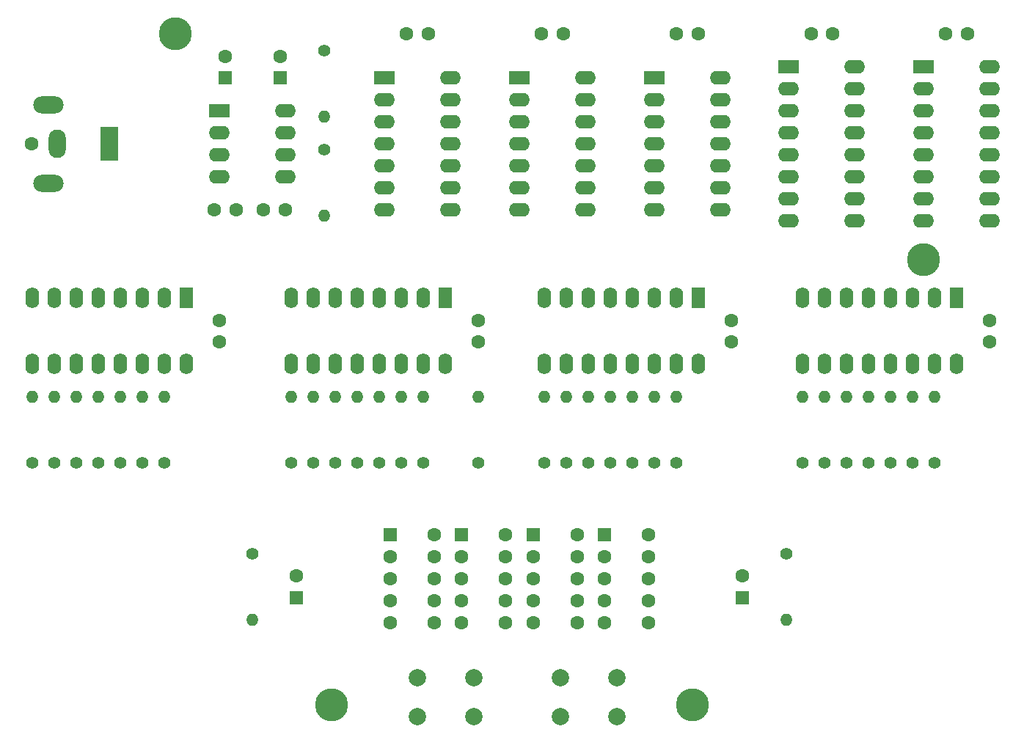
<source format=gbr>
%TF.GenerationSoftware,KiCad,Pcbnew,5.1.7-a382d34a8~87~ubuntu20.04.1*%
%TF.CreationDate,2020-10-18T23:33:31-03:00*%
%TF.ProjectId,cronometro-conta-para-zera,63726f6e-6f6d-4657-9472-6f2d636f6e74,rev?*%
%TF.SameCoordinates,Original*%
%TF.FileFunction,Soldermask,Bot*%
%TF.FilePolarity,Negative*%
%FSLAX46Y46*%
G04 Gerber Fmt 4.6, Leading zero omitted, Abs format (unit mm)*
G04 Created by KiCad (PCBNEW 5.1.7-a382d34a8~87~ubuntu20.04.1) date 2020-10-18 23:33:31*
%MOMM*%
%LPD*%
G01*
G04 APERTURE LIST*
%ADD10C,3.800000*%
%ADD11O,2.400000X1.600000*%
%ADD12R,2.400000X1.600000*%
%ADD13C,1.600000*%
%ADD14R,1.600000X1.600000*%
%ADD15O,1.600000X2.400000*%
%ADD16R,1.600000X2.400000*%
%ADD17C,2.000000*%
%ADD18O,1.400000X1.400000*%
%ADD19C,1.400000*%
%ADD20O,3.500000X2.000000*%
%ADD21O,2.000000X3.300000*%
%ADD22R,2.000000X4.000000*%
G04 APERTURE END LIST*
D10*
%TO.C,Par4*%
X147320000Y-27940000D03*
%TD*%
%TO.C,Par3*%
X233680000Y-53975000D03*
%TD*%
%TO.C,Par2*%
X207010000Y-105410000D03*
%TD*%
%TO.C,Par1*%
X165354000Y-105410000D03*
%TD*%
D11*
%TO.C,U3*%
X225742000Y-31750000D03*
X218122000Y-49530000D03*
X225742000Y-34290000D03*
X218122000Y-46990000D03*
X225742000Y-36830000D03*
X218122000Y-44450000D03*
X225742000Y-39370000D03*
X218122000Y-41910000D03*
X225742000Y-41910000D03*
X218122000Y-39370000D03*
X225742000Y-44450000D03*
X218122000Y-36830000D03*
X225742000Y-46990000D03*
X218122000Y-34290000D03*
X225742000Y-49530000D03*
D12*
X218122000Y-31750000D03*
%TD*%
D13*
%TO.C,U14*%
X177165000Y-85725000D03*
X177165000Y-88265000D03*
X177165000Y-90805000D03*
X177165000Y-93345000D03*
X177165000Y-95885000D03*
X172085000Y-95885000D03*
X172085000Y-93345000D03*
X172085000Y-90805000D03*
X172085000Y-88265000D03*
D14*
X172085000Y-85725000D03*
%TD*%
D13*
%TO.C,U13*%
X185420000Y-85725000D03*
X185420000Y-88265000D03*
X185420000Y-90805000D03*
X185420000Y-93345000D03*
X185420000Y-95885000D03*
X180340000Y-95885000D03*
X180340000Y-93345000D03*
X180340000Y-90805000D03*
X180340000Y-88265000D03*
D14*
X180340000Y-85725000D03*
%TD*%
D13*
%TO.C,U12*%
X193675000Y-85725000D03*
X193675000Y-88265000D03*
X193675000Y-90805000D03*
X193675000Y-93345000D03*
X193675000Y-95885000D03*
X188595000Y-95885000D03*
X188595000Y-93345000D03*
X188595000Y-90805000D03*
X188595000Y-88265000D03*
D14*
X188595000Y-85725000D03*
%TD*%
D13*
%TO.C,U11*%
X201930000Y-85725000D03*
X201930000Y-88265000D03*
X201930000Y-90805000D03*
X201930000Y-93345000D03*
X201930000Y-95885000D03*
X196850000Y-95885000D03*
X196850000Y-93345000D03*
X196850000Y-90805000D03*
X196850000Y-88265000D03*
D14*
X196850000Y-85725000D03*
%TD*%
D15*
%TO.C,U10*%
X148590000Y-66040000D03*
X130810000Y-58420000D03*
X146050000Y-66040000D03*
X133350000Y-58420000D03*
X143510000Y-66040000D03*
X135890000Y-58420000D03*
X140970000Y-66040000D03*
X138430000Y-58420000D03*
X138430000Y-66040000D03*
X140970000Y-58420000D03*
X135890000Y-66040000D03*
X143510000Y-58420000D03*
X133350000Y-66040000D03*
X146050000Y-58420000D03*
X130810000Y-66040000D03*
D16*
X148590000Y-58420000D03*
%TD*%
D15*
%TO.C,U9*%
X178435000Y-66040000D03*
X160655000Y-58420000D03*
X175895000Y-66040000D03*
X163195000Y-58420000D03*
X173355000Y-66040000D03*
X165735000Y-58420000D03*
X170815000Y-66040000D03*
X168275000Y-58420000D03*
X168275000Y-66040000D03*
X170815000Y-58420000D03*
X165735000Y-66040000D03*
X173355000Y-58420000D03*
X163195000Y-66040000D03*
X175895000Y-58420000D03*
X160655000Y-66040000D03*
D16*
X178435000Y-58420000D03*
%TD*%
D15*
%TO.C,U8*%
X207645000Y-66040000D03*
X189865000Y-58420000D03*
X205105000Y-66040000D03*
X192405000Y-58420000D03*
X202565000Y-66040000D03*
X194945000Y-58420000D03*
X200025000Y-66040000D03*
X197485000Y-58420000D03*
X197485000Y-66040000D03*
X200025000Y-58420000D03*
X194945000Y-66040000D03*
X202565000Y-58420000D03*
X192405000Y-66040000D03*
X205105000Y-58420000D03*
X189865000Y-66040000D03*
D16*
X207645000Y-58420000D03*
%TD*%
D15*
%TO.C,U7*%
X237490000Y-66040000D03*
X219710000Y-58420000D03*
X234950000Y-66040000D03*
X222250000Y-58420000D03*
X232410000Y-66040000D03*
X224790000Y-58420000D03*
X229870000Y-66040000D03*
X227330000Y-58420000D03*
X227330000Y-66040000D03*
X229870000Y-58420000D03*
X224790000Y-66040000D03*
X232410000Y-58420000D03*
X222250000Y-66040000D03*
X234950000Y-58420000D03*
X219710000Y-66040000D03*
D16*
X237490000Y-58420000D03*
%TD*%
D11*
%TO.C,U6*%
X210185000Y-33020000D03*
X202565000Y-48260000D03*
X210185000Y-35560000D03*
X202565000Y-45720000D03*
X210185000Y-38100000D03*
X202565000Y-43180000D03*
X210185000Y-40640000D03*
X202565000Y-40640000D03*
X210185000Y-43180000D03*
X202565000Y-38100000D03*
X210185000Y-45720000D03*
X202565000Y-35560000D03*
X210185000Y-48260000D03*
D12*
X202565000Y-33020000D03*
%TD*%
D11*
%TO.C,U5*%
X194627000Y-33020000D03*
X187007000Y-48260000D03*
X194627000Y-35560000D03*
X187007000Y-45720000D03*
X194627000Y-38100000D03*
X187007000Y-43180000D03*
X194627000Y-40640000D03*
X187007000Y-40640000D03*
X194627000Y-43180000D03*
X187007000Y-38100000D03*
X194627000Y-45720000D03*
X187007000Y-35560000D03*
X194627000Y-48260000D03*
D12*
X187007000Y-33020000D03*
%TD*%
D11*
%TO.C,U4*%
X179070000Y-33020000D03*
X171450000Y-48260000D03*
X179070000Y-35560000D03*
X171450000Y-45720000D03*
X179070000Y-38100000D03*
X171450000Y-43180000D03*
X179070000Y-40640000D03*
X171450000Y-40640000D03*
X179070000Y-43180000D03*
X171450000Y-38100000D03*
X179070000Y-45720000D03*
X171450000Y-35560000D03*
X179070000Y-48260000D03*
D12*
X171450000Y-33020000D03*
%TD*%
D11*
%TO.C,U2*%
X241300000Y-31750000D03*
X233680000Y-49530000D03*
X241300000Y-34290000D03*
X233680000Y-46990000D03*
X241300000Y-36830000D03*
X233680000Y-44450000D03*
X241300000Y-39370000D03*
X233680000Y-41910000D03*
X241300000Y-41910000D03*
X233680000Y-39370000D03*
X241300000Y-44450000D03*
X233680000Y-36830000D03*
X241300000Y-46990000D03*
X233680000Y-34290000D03*
X241300000Y-49530000D03*
D12*
X233680000Y-31750000D03*
%TD*%
D11*
%TO.C,U1*%
X160020000Y-36830000D03*
X152400000Y-44450000D03*
X160020000Y-39370000D03*
X152400000Y-41910000D03*
X160020000Y-41910000D03*
X152400000Y-39370000D03*
X160020000Y-44450000D03*
D12*
X152400000Y-36830000D03*
%TD*%
D17*
%TO.C,SW2*%
X198270000Y-102235000D03*
X198270000Y-106735000D03*
X191770000Y-102235000D03*
X191770000Y-106735000D03*
%TD*%
%TO.C,SW1*%
X181760000Y-102235000D03*
X181760000Y-106735000D03*
X175260000Y-102235000D03*
X175260000Y-106735000D03*
%TD*%
D18*
%TO.C,R34*%
X143510000Y-69850000D03*
D19*
X143510000Y-77470000D03*
%TD*%
D18*
%TO.C,R33*%
X146050000Y-69850000D03*
D19*
X146050000Y-77470000D03*
%TD*%
D18*
%TO.C,R32*%
X130810000Y-69850000D03*
D19*
X130810000Y-77470000D03*
%TD*%
D18*
%TO.C,R31*%
X133350000Y-69850000D03*
D19*
X133350000Y-77470000D03*
%TD*%
D18*
%TO.C,R30*%
X135890000Y-69850000D03*
D19*
X135890000Y-77470000D03*
%TD*%
D18*
%TO.C,R29*%
X138430000Y-69850000D03*
D19*
X138430000Y-77470000D03*
%TD*%
D18*
%TO.C,R28*%
X140970000Y-69850000D03*
D19*
X140970000Y-77470000D03*
%TD*%
D18*
%TO.C,R27*%
X173355000Y-69850000D03*
D19*
X173355000Y-77470000D03*
%TD*%
D18*
%TO.C,R26*%
X175895000Y-69850000D03*
D19*
X175895000Y-77470000D03*
%TD*%
D18*
%TO.C,R25*%
X160655000Y-69850000D03*
D19*
X160655000Y-77470000D03*
%TD*%
D18*
%TO.C,R24*%
X163195000Y-69850000D03*
D19*
X163195000Y-77470000D03*
%TD*%
D18*
%TO.C,R23*%
X165735000Y-69850000D03*
D19*
X165735000Y-77470000D03*
%TD*%
D18*
%TO.C,R22*%
X168275000Y-69850000D03*
D19*
X168275000Y-77470000D03*
%TD*%
D18*
%TO.C,R21*%
X170815000Y-69850000D03*
D19*
X170815000Y-77470000D03*
%TD*%
D18*
%TO.C,R20*%
X202565000Y-69850000D03*
D19*
X202565000Y-77470000D03*
%TD*%
D18*
%TO.C,R19*%
X205105000Y-69850000D03*
D19*
X205105000Y-77470000D03*
%TD*%
D18*
%TO.C,R18*%
X189865000Y-69850000D03*
D19*
X189865000Y-77470000D03*
%TD*%
D18*
%TO.C,R17*%
X192405000Y-69850000D03*
D19*
X192405000Y-77470000D03*
%TD*%
D18*
%TO.C,R16*%
X194945000Y-69850000D03*
D19*
X194945000Y-77470000D03*
%TD*%
D18*
%TO.C,R15*%
X197485000Y-69850000D03*
D19*
X197485000Y-77470000D03*
%TD*%
D18*
%TO.C,R14*%
X200025000Y-69850000D03*
D19*
X200025000Y-77470000D03*
%TD*%
D18*
%TO.C,R13*%
X232410000Y-69850000D03*
D19*
X232410000Y-77470000D03*
%TD*%
D18*
%TO.C,R12*%
X234950000Y-69850000D03*
D19*
X234950000Y-77470000D03*
%TD*%
D18*
%TO.C,R11*%
X219710000Y-69850000D03*
D19*
X219710000Y-77470000D03*
%TD*%
D18*
%TO.C,R10*%
X222250000Y-69850000D03*
D19*
X222250000Y-77470000D03*
%TD*%
D18*
%TO.C,R9*%
X224790000Y-69850000D03*
D19*
X224790000Y-77470000D03*
%TD*%
D18*
%TO.C,R8*%
X227330000Y-69850000D03*
D19*
X227330000Y-77470000D03*
%TD*%
D18*
%TO.C,R7*%
X229870000Y-69850000D03*
D19*
X229870000Y-77470000D03*
%TD*%
D18*
%TO.C,R6*%
X182245000Y-69850000D03*
D19*
X182245000Y-77470000D03*
%TD*%
D18*
%TO.C,R5*%
X156210000Y-95595000D03*
D19*
X156210000Y-87975000D03*
%TD*%
D18*
%TO.C,R4*%
X217805000Y-95595000D03*
D19*
X217805000Y-87975000D03*
%TD*%
D18*
%TO.C,R2*%
X164465000Y-48895000D03*
D19*
X164465000Y-41275000D03*
%TD*%
D18*
%TO.C,R1*%
X164465000Y-37465000D03*
D19*
X164465000Y-29845000D03*
%TD*%
D13*
%TO.C,J1*%
X130700000Y-40640000D03*
D20*
X132700000Y-45140000D03*
X132700000Y-36140000D03*
D21*
X133700000Y-40640000D03*
D22*
X139700000Y-40640000D03*
%TD*%
D13*
%TO.C,C15*%
X205145000Y-27940000D03*
X207645000Y-27940000D03*
%TD*%
%TO.C,C14*%
X152400000Y-61000000D03*
X152400000Y-63500000D03*
%TD*%
%TO.C,C13*%
X182245000Y-61000000D03*
X182245000Y-63500000D03*
%TD*%
%TO.C,C12*%
X211455000Y-61000000D03*
X211455000Y-63500000D03*
%TD*%
%TO.C,C11*%
X241300000Y-61000000D03*
X241300000Y-63500000D03*
%TD*%
%TO.C,C10*%
X174030000Y-27940000D03*
X176530000Y-27940000D03*
%TD*%
%TO.C,C9*%
X189588000Y-27940000D03*
X192088000Y-27940000D03*
%TD*%
%TO.C,C8*%
X220702000Y-27940000D03*
X223202000Y-27940000D03*
%TD*%
%TO.C,C7*%
X236260000Y-27940000D03*
X238760000Y-27940000D03*
%TD*%
%TO.C,C6*%
X153035000Y-30520000D03*
D14*
X153035000Y-33020000D03*
%TD*%
D13*
%TO.C,C5*%
X159385000Y-30520000D03*
D14*
X159385000Y-33020000D03*
%TD*%
D13*
%TO.C,C4*%
X161290000Y-90490100D03*
D14*
X161290000Y-92990100D03*
%TD*%
D13*
%TO.C,C3*%
X212725000Y-90490100D03*
D14*
X212725000Y-92990100D03*
%TD*%
D13*
%TO.C,C2*%
X157520000Y-48260000D03*
X160020000Y-48260000D03*
%TD*%
%TO.C,C1*%
X151805000Y-48260000D03*
X154305000Y-48260000D03*
%TD*%
M02*

</source>
